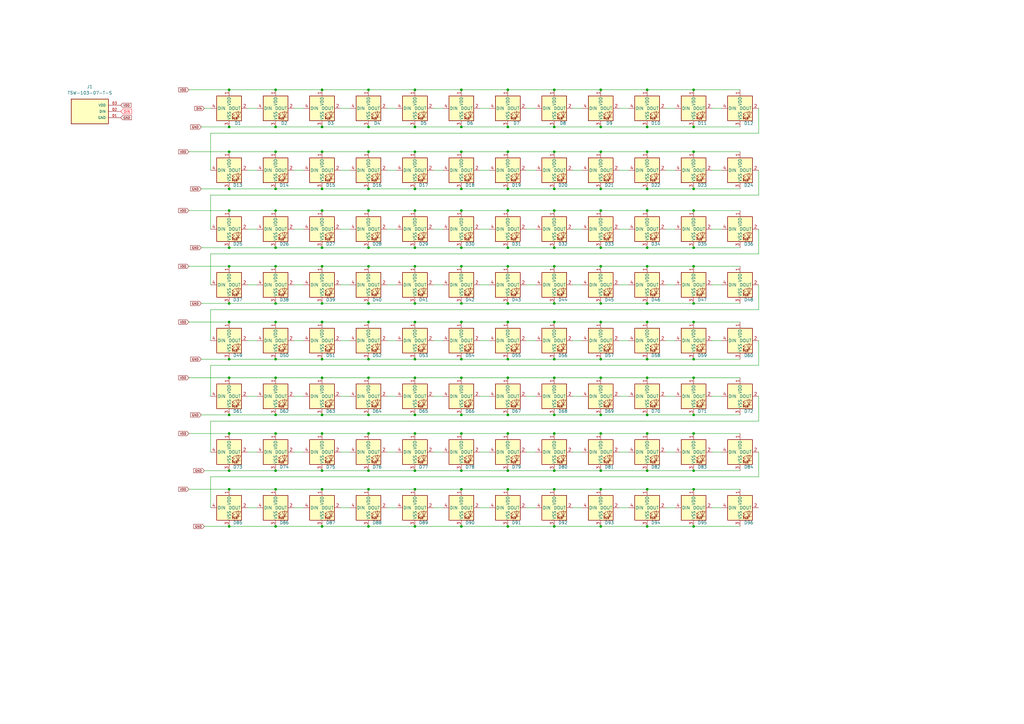
<source format=kicad_sch>
(kicad_sch (version 20231120) (generator "eeschema") (generator_version "8.0")
  (paper "A3")
  (title_block (title "BD1 Led Panel") (date "12-06-2024") (company "felixdpg"))
  (junction (at 170.18 77.47))
  (junction (at 189.23 101.6))
  (junction (at 132.08 177.8))
  (junction (at 284.48 170.18))
  (junction (at 227.33 52.07))
  (junction (at 151.13 147.32))
  (junction (at 113.03 170.18))
  (junction (at 151.13 170.18))
  (junction (at 151.13 109.22))
  (junction (at 151.13 132.08))
  (junction (at 113.03 86.36))
  (junction (at 113.03 132.08))
  (junction (at 246.38 170.18))
  (junction (at 284.48 62.23))
  (junction (at 208.28 62.23))
  (junction (at 227.33 132.08))
  (junction (at 170.18 193.04))
  (junction (at 189.23 86.36))
  (junction (at 246.38 177.8))
  (junction (at 227.33 170.18))
  (junction (at 227.33 77.47))
  (junction (at 93.98 77.47))
  (junction (at 132.08 101.6))
  (junction (at 113.03 109.22))
  (junction (at 151.13 193.04))
  (junction (at 208.28 124.46))
  (junction (at 284.48 154.94))
  (junction (at 189.23 62.23))
  (junction (at 151.13 215.9))
  (junction (at 93.98 86.36))
  (junction (at 113.03 200.66))
  (junction (at 227.33 86.36))
  (junction (at 189.23 170.18))
  (junction (at 113.03 62.23))
  (junction (at 170.18 200.66))
  (junction (at 132.08 36.83))
  (junction (at 208.28 193.04))
  (junction (at 151.13 124.46))
  (junction (at 284.48 36.83))
  (junction (at 246.38 52.07))
  (junction (at 132.08 170.18))
  (junction (at 170.18 62.23))
  (junction (at 93.98 147.32))
  (junction (at 265.43 109.22))
  (junction (at 208.28 200.66))
  (junction (at 265.43 215.9))
  (junction (at 284.48 86.36))
  (junction (at 132.08 77.47))
  (junction (at 170.18 109.22))
  (junction (at 93.98 177.8))
  (junction (at 246.38 193.04))
  (junction (at 189.23 36.83))
  (junction (at 246.38 215.9))
  (junction (at 284.48 177.8))
  (junction (at 93.98 132.08))
  (junction (at 113.03 124.46))
  (junction (at 132.08 200.66))
  (junction (at 151.13 177.8))
  (junction (at 93.98 101.6))
  (junction (at 265.43 154.94))
  (junction (at 227.33 215.9))
  (junction (at 265.43 177.8))
  (junction (at 189.23 77.47))
  (junction (at 151.13 200.66))
  (junction (at 227.33 101.6))
  (junction (at 208.28 170.18))
  (junction (at 265.43 193.04))
  (junction (at 170.18 52.07))
  (junction (at 246.38 200.66))
  (junction (at 93.98 170.18))
  (junction (at 227.33 147.32))
  (junction (at 132.08 147.32))
  (junction (at 265.43 200.66))
  (junction (at 170.18 215.9))
  (junction (at 132.08 193.04))
  (junction (at 170.18 124.46))
  (junction (at 93.98 62.23))
  (junction (at 208.28 36.83))
  (junction (at 265.43 52.07))
  (junction (at 189.23 215.9))
  (junction (at 151.13 86.36))
  (junction (at 208.28 177.8))
  (junction (at 151.13 101.6))
  (junction (at 284.48 147.32))
  (junction (at 208.28 154.94))
  (junction (at 227.33 177.8))
  (junction (at 132.08 52.07))
  (junction (at 189.23 193.04))
  (junction (at 284.48 215.9))
  (junction (at 227.33 109.22))
  (junction (at 227.33 62.23))
  (junction (at 227.33 124.46))
  (junction (at 189.23 200.66))
  (junction (at 189.23 109.22))
  (junction (at 227.33 36.83))
  (junction (at 132.08 62.23))
  (junction (at 265.43 147.32))
  (junction (at 93.98 154.94))
  (junction (at 284.48 132.08))
  (junction (at 113.03 101.6))
  (junction (at 93.98 109.22))
  (junction (at 170.18 101.6))
  (junction (at 189.23 52.07))
  (junction (at 189.23 147.32))
  (junction (at 246.38 124.46))
  (junction (at 113.03 193.04))
  (junction (at 265.43 62.23))
  (junction (at 151.13 154.94))
  (junction (at 246.38 101.6))
  (junction (at 170.18 86.36))
  (junction (at 113.03 154.94))
  (junction (at 113.03 147.32))
  (junction (at 265.43 170.18))
  (junction (at 189.23 132.08))
  (junction (at 284.48 77.47))
  (junction (at 170.18 36.83))
  (junction (at 113.03 215.9))
  (junction (at 265.43 86.36))
  (junction (at 208.28 77.47))
  (junction (at 113.03 52.07))
  (junction (at 208.28 101.6))
  (junction (at 93.98 52.07))
  (junction (at 151.13 77.47))
  (junction (at 132.08 109.22))
  (junction (at 265.43 101.6))
  (junction (at 246.38 154.94))
  (junction (at 132.08 124.46))
  (junction (at 246.38 86.36))
  (junction (at 132.08 215.9))
  (junction (at 246.38 132.08))
  (junction (at 93.98 36.83))
  (junction (at 284.48 200.66))
  (junction (at 208.28 132.08))
  (junction (at 113.03 36.83))
  (junction (at 113.03 177.8))
  (junction (at 170.18 132.08))
  (junction (at 189.23 154.94))
  (junction (at 151.13 36.83))
  (junction (at 265.43 132.08))
  (junction (at 227.33 193.04))
  (junction (at 93.98 124.46))
  (junction (at 132.08 132.08))
  (junction (at 208.28 109.22))
  (junction (at 151.13 52.07))
  (junction (at 189.23 124.46))
  (junction (at 265.43 124.46))
  (junction (at 170.18 177.8))
  (junction (at 284.48 52.07))
  (junction (at 208.28 215.9))
  (junction (at 246.38 147.32))
  (junction (at 284.48 193.04))
  (junction (at 265.43 36.83))
  (junction (at 246.38 62.23))
  (junction (at 170.18 154.94))
  (junction (at 246.38 36.83))
  (junction (at 93.98 200.66))
  (junction (at 246.38 77.47))
  (junction (at 113.03 77.47))
  (junction (at 151.13 62.23))
  (junction (at 284.48 101.6))
  (junction (at 132.08 154.94))
  (junction (at 284.48 109.22))
  (junction (at 227.33 154.94))
  (junction (at 189.23 177.8))
  (junction (at 284.48 124.46))
  (junction (at 170.18 147.32))
  (junction (at 93.98 193.04))
  (junction (at 208.28 147.32))
  (junction (at 208.28 86.36))
  (junction (at 208.28 52.07))
  (junction (at 93.98 215.9))
  (junction (at 265.43 77.47))
  (junction (at 227.33 200.66))
  (junction (at 246.38 109.22))
  (junction (at 170.18 170.18))
  (junction (at 132.08 86.36))
  (wire (pts (xy 93.98 52.07) (xy 113.03 52.07)))
  (wire (pts (xy 208.28 193.04) (xy 227.33 193.04)))
  (wire (pts (xy 284.48 147.32) (xy 303.53 147.32)))
  (wire (pts (xy 82.55 170.18) (xy 93.98 170.18)))
  (wire (pts (xy 189.23 62.23) (xy 208.28 62.23)))
  (wire (pts (xy 113.03 109.22) (xy 132.08 109.22)))
  (wire (pts (xy 265.43 124.46) (xy 284.48 124.46)))
  (wire (pts (xy 86.36 195.58) (xy 86.36 208.28)))
  (wire (pts (xy 254 69.85) (xy 257.81 69.85)))
  (wire (pts (xy 86.36 80.01) (xy 86.36 93.98)))
  (wire (pts (xy 284.48 132.08) (xy 303.53 132.08)))
  (wire (pts (xy 234.95 116.84) (xy 238.76 116.84)))
  (wire (pts (xy 132.08 62.23) (xy 151.13 62.23)))
  (wire (pts (xy 120.65 139.7) (xy 124.46 139.7)))
  (wire (pts (xy 177.8 208.28) (xy 181.61 208.28)))
  (wire (pts (xy 208.28 215.9) (xy 227.33 215.9)))
  (wire (pts (xy 170.18 132.08) (xy 189.23 132.08)))
  (wire (pts (xy 265.43 62.23) (xy 284.48 62.23)))
  (wire (pts (xy 120.65 44.45) (xy 124.46 44.45)))
  (wire (pts (xy 77.47 177.8) (xy 93.98 177.8)))
  (wire (pts (xy 196.85 116.84) (xy 200.66 116.84)))
  (wire (pts (xy 170.18 52.07) (xy 189.23 52.07)))
  (wire (pts (xy 86.36 149.86) (xy 86.36 162.56)))
  (wire (pts (xy 234.95 139.7) (xy 238.76 139.7)))
  (wire (pts (xy 120.65 116.84) (xy 124.46 116.84)))
  (wire (pts (xy 265.43 36.83) (xy 284.48 36.83)))
  (wire (pts (xy 77.47 86.36) (xy 93.98 86.36)))
  (wire (pts (xy 208.28 109.22) (xy 227.33 109.22)))
  (wire (pts (xy 292.1 185.42) (xy 295.91 185.42)))
  (wire (pts (xy 311.15 69.85) (xy 311.15 80.01)))
  (wire (pts (xy 273.05 69.85) (xy 276.86 69.85)))
  (wire (pts (xy 170.18 124.46) (xy 189.23 124.46)))
  (wire (pts (xy 284.48 170.18) (xy 303.53 170.18)))
  (wire (pts (xy 113.03 215.9) (xy 132.08 215.9)))
  (wire (pts (xy 227.33 215.9) (xy 246.38 215.9)))
  (wire (pts (xy 189.23 124.46) (xy 208.28 124.46)))
  (wire (pts (xy 139.7 162.56) (xy 143.51 162.56)))
  (wire (pts (xy 234.95 69.85) (xy 238.76 69.85)))
  (wire (pts (xy 254 208.28) (xy 257.81 208.28)))
  (wire (pts (xy 113.03 193.04) (xy 132.08 193.04)))
  (wire (pts (xy 86.36 104.14) (xy 86.36 116.84)))
  (wire (pts (xy 284.48 193.04) (xy 303.53 193.04)))
  (wire (pts (xy 101.6 185.42) (xy 105.41 185.42)))
  (wire (pts (xy 177.8 93.98) (xy 181.61 93.98)))
  (wire (pts (xy 113.03 62.23) (xy 132.08 62.23)))
  (wire (pts (xy 132.08 215.9) (xy 151.13 215.9)))
  (wire (pts (xy 151.13 132.08) (xy 170.18 132.08)))
  (wire (pts (xy 227.33 109.22) (xy 246.38 109.22)))
  (wire (pts (xy 196.85 69.85) (xy 200.66 69.85)))
  (wire (pts (xy 208.28 86.36) (xy 227.33 86.36)))
  (wire (pts (xy 208.28 147.32) (xy 227.33 147.32)))
  (wire (pts (xy 82.55 101.6) (xy 93.98 101.6)))
  (wire (pts (xy 284.48 154.94) (xy 303.53 154.94)))
  (wire (pts (xy 139.7 69.85) (xy 143.51 69.85)))
  (wire (pts (xy 170.18 101.6) (xy 189.23 101.6)))
  (wire (pts (xy 113.03 132.08) (xy 132.08 132.08)))
  (wire (pts (xy 170.18 109.22) (xy 189.23 109.22)))
  (wire (pts (xy 254 185.42) (xy 257.81 185.42)))
  (wire (pts (xy 170.18 147.32) (xy 189.23 147.32)))
  (wire (pts (xy 234.95 44.45) (xy 238.76 44.45)))
  (wire (pts (xy 208.28 132.08) (xy 227.33 132.08)))
  (wire (pts (xy 311.15 54.61) (xy 86.36 54.61)))
  (wire (pts (xy 113.03 147.32) (xy 132.08 147.32)))
  (wire (pts (xy 265.43 101.6) (xy 284.48 101.6)))
  (wire (pts (xy 132.08 101.6) (xy 151.13 101.6)))
  (wire (pts (xy 215.9 139.7) (xy 219.71 139.7)))
  (wire (pts (xy 177.8 44.45) (xy 181.61 44.45)))
  (wire (pts (xy 208.28 77.47) (xy 227.33 77.47)))
  (wire (pts (xy 132.08 170.18) (xy 151.13 170.18)))
  (wire (pts (xy 208.28 36.83) (xy 227.33 36.83)))
  (wire (pts (xy 227.33 177.8) (xy 246.38 177.8)))
  (wire (pts (xy 139.7 116.84) (xy 143.51 116.84)))
  (wire (pts (xy 101.6 208.28) (xy 105.41 208.28)))
  (wire (pts (xy 311.15 44.45) (xy 311.15 54.61)))
  (wire (pts (xy 77.47 200.66) (xy 93.98 200.66)))
  (wire (pts (xy 292.1 93.98) (xy 295.91 93.98)))
  (wire (pts (xy 158.75 93.98) (xy 162.56 93.98)))
  (wire (pts (xy 120.65 208.28) (xy 124.46 208.28)))
  (wire (pts (xy 227.33 193.04) (xy 246.38 193.04)))
  (wire (pts (xy 93.98 124.46) (xy 113.03 124.46)))
  (wire (pts (xy 246.38 86.36) (xy 265.43 86.36)))
  (wire (pts (xy 189.23 77.47) (xy 208.28 77.47)))
  (wire (pts (xy 234.95 93.98) (xy 238.76 93.98)))
  (wire (pts (xy 177.8 162.56) (xy 181.61 162.56)))
  (wire (pts (xy 113.03 124.46) (xy 132.08 124.46)))
  (wire (pts (xy 151.13 36.83) (xy 170.18 36.83)))
  (wire (pts (xy 113.03 86.36) (xy 132.08 86.36)))
  (wire (pts (xy 139.7 44.45) (xy 143.51 44.45)))
  (wire (pts (xy 208.28 124.46) (xy 227.33 124.46)))
  (wire (pts (xy 265.43 215.9) (xy 284.48 215.9)))
  (wire (pts (xy 265.43 154.94) (xy 284.48 154.94)))
  (wire (pts (xy 265.43 52.07) (xy 284.48 52.07)))
  (wire (pts (xy 82.55 52.07) (xy 93.98 52.07)))
  (wire (pts (xy 292.1 139.7) (xy 295.91 139.7)))
  (wire (pts (xy 234.95 208.28) (xy 238.76 208.28)))
  (wire (pts (xy 151.13 124.46) (xy 170.18 124.46)))
  (wire (pts (xy 151.13 154.94) (xy 170.18 154.94)))
  (wire (pts (xy 273.05 93.98) (xy 276.86 93.98)))
  (wire (pts (xy 93.98 109.22) (xy 113.03 109.22)))
  (wire (pts (xy 227.33 62.23) (xy 246.38 62.23)))
  (wire (pts (xy 273.05 208.28) (xy 276.86 208.28)))
  (wire (pts (xy 311.15 80.01) (xy 86.36 80.01)))
  (wire (pts (xy 120.65 69.85) (xy 124.46 69.85)))
  (wire (pts (xy 196.85 208.28) (xy 200.66 208.28)))
  (wire (pts (xy 284.48 124.46) (xy 303.53 124.46)))
  (wire (pts (xy 93.98 147.32) (xy 113.03 147.32)))
  (wire (pts (xy 215.9 44.45) (xy 219.71 44.45)))
  (wire (pts (xy 93.98 154.94) (xy 113.03 154.94)))
  (wire (pts (xy 132.08 177.8) (xy 151.13 177.8)))
  (wire (pts (xy 93.98 132.08) (xy 113.03 132.08)))
  (wire (pts (xy 208.28 52.07) (xy 227.33 52.07)))
  (wire (pts (xy 132.08 154.94) (xy 151.13 154.94)))
  (wire (pts (xy 170.18 215.9) (xy 189.23 215.9)))
  (wire (pts (xy 132.08 132.08) (xy 151.13 132.08)))
  (wire (pts (xy 132.08 200.66) (xy 151.13 200.66)))
  (wire (pts (xy 158.75 44.45) (xy 162.56 44.45)))
  (wire (pts (xy 151.13 101.6) (xy 170.18 101.6)))
  (wire (pts (xy 227.33 101.6) (xy 246.38 101.6)))
  (wire (pts (xy 113.03 154.94) (xy 132.08 154.94)))
  (wire (pts (xy 82.55 147.32) (xy 93.98 147.32)))
  (wire (pts (xy 113.03 170.18) (xy 132.08 170.18)))
  (wire (pts (xy 113.03 200.66) (xy 132.08 200.66)))
  (wire (pts (xy 113.03 177.8) (xy 132.08 177.8)))
  (wire (pts (xy 254 139.7) (xy 257.81 139.7)))
  (wire (pts (xy 77.47 36.83) (xy 93.98 36.83)))
  (wire (pts (xy 292.1 162.56) (xy 295.91 162.56)))
  (wire (pts (xy 284.48 77.47) (xy 303.53 77.47)))
  (wire (pts (xy 284.48 36.83) (xy 303.53 36.83)))
  (wire (pts (xy 284.48 109.22) (xy 303.53 109.22)))
  (wire (pts (xy 208.28 154.94) (xy 227.33 154.94)))
  (wire (pts (xy 189.23 147.32) (xy 208.28 147.32)))
  (wire (pts (xy 120.65 162.56) (xy 124.46 162.56)))
  (wire (pts (xy 189.23 36.83) (xy 208.28 36.83)))
  (wire (pts (xy 101.6 162.56) (xy 105.41 162.56)))
  (wire (pts (xy 132.08 36.83) (xy 151.13 36.83)))
  (wire (pts (xy 132.08 109.22) (xy 151.13 109.22)))
  (wire (pts (xy 93.98 200.66) (xy 113.03 200.66)))
  (wire (pts (xy 292.1 69.85) (xy 295.91 69.85)))
  (wire (pts (xy 311.15 172.72) (xy 86.36 172.72)))
  (wire (pts (xy 227.33 200.66) (xy 246.38 200.66)))
  (wire (pts (xy 284.48 177.8) (xy 303.53 177.8)))
  (wire (pts (xy 292.1 44.45) (xy 295.91 44.45)))
  (wire (pts (xy 151.13 177.8) (xy 170.18 177.8)))
  (wire (pts (xy 246.38 132.08) (xy 265.43 132.08)))
  (wire (pts (xy 246.38 101.6) (xy 265.43 101.6)))
  (wire (pts (xy 189.23 177.8) (xy 208.28 177.8)))
  (wire (pts (xy 254 162.56) (xy 257.81 162.56)))
  (wire (pts (xy 215.9 69.85) (xy 219.71 69.85)))
  (wire (pts (xy 215.9 162.56) (xy 219.71 162.56)))
  (wire (pts (xy 83.82 215.9) (xy 93.98 215.9)))
  (wire (pts (xy 101.6 93.98) (xy 105.41 93.98)))
  (wire (pts (xy 284.48 101.6) (xy 303.53 101.6)))
  (wire (pts (xy 113.03 36.83) (xy 132.08 36.83)))
  (wire (pts (xy 311.15 162.56) (xy 311.15 172.72)))
  (wire (pts (xy 101.6 139.7) (xy 105.41 139.7)))
  (wire (pts (xy 101.6 44.45) (xy 105.41 44.45)))
  (wire (pts (xy 246.38 77.47) (xy 265.43 77.47)))
  (wire (pts (xy 177.8 185.42) (xy 181.61 185.42)))
  (wire (pts (xy 101.6 116.84) (xy 105.41 116.84)))
  (wire (pts (xy 93.98 177.8) (xy 113.03 177.8)))
  (wire (pts (xy 311.15 149.86) (xy 86.36 149.86)))
  (wire (pts (xy 265.43 193.04) (xy 284.48 193.04)))
  (wire (pts (xy 132.08 124.46) (xy 151.13 124.46)))
  (wire (pts (xy 215.9 116.84) (xy 219.71 116.84)))
  (wire (pts (xy 158.75 185.42) (xy 162.56 185.42)))
  (wire (pts (xy 113.03 101.6) (xy 132.08 101.6)))
  (wire (pts (xy 234.95 185.42) (xy 238.76 185.42)))
  (wire (pts (xy 227.33 77.47) (xy 246.38 77.47)))
  (wire (pts (xy 101.6 69.85) (xy 105.41 69.85)))
  (wire (pts (xy 273.05 162.56) (xy 276.86 162.56)))
  (wire (pts (xy 158.75 162.56) (xy 162.56 162.56)))
  (wire (pts (xy 196.85 162.56) (xy 200.66 162.56)))
  (wire (pts (xy 265.43 132.08) (xy 284.48 132.08)))
  (wire (pts (xy 227.33 170.18) (xy 246.38 170.18)))
  (wire (pts (xy 254 44.45) (xy 257.81 44.45)))
  (wire (pts (xy 246.38 124.46) (xy 265.43 124.46)))
  (wire (pts (xy 208.28 170.18) (xy 227.33 170.18)))
  (wire (pts (xy 93.98 193.04) (xy 113.03 193.04)))
  (wire (pts (xy 93.98 36.83) (xy 113.03 36.83)))
  (wire (pts (xy 151.13 86.36) (xy 170.18 86.36)))
  (wire (pts (xy 311.15 185.42) (xy 311.15 195.58)))
  (wire (pts (xy 189.23 154.94) (xy 208.28 154.94)))
  (wire (pts (xy 151.13 170.18) (xy 170.18 170.18)))
  (wire (pts (xy 246.38 52.07) (xy 265.43 52.07)))
  (wire (pts (xy 139.7 93.98) (xy 143.51 93.98)))
  (wire (pts (xy 246.38 36.83) (xy 265.43 36.83)))
  (wire (pts (xy 177.8 69.85) (xy 181.61 69.85)))
  (wire (pts (xy 273.05 139.7) (xy 276.86 139.7)))
  (wire (pts (xy 265.43 77.47) (xy 284.48 77.47)))
  (wire (pts (xy 151.13 147.32) (xy 170.18 147.32)))
  (wire (pts (xy 227.33 36.83) (xy 246.38 36.83)))
  (wire (pts (xy 311.15 104.14) (xy 86.36 104.14)))
  (wire (pts (xy 189.23 132.08) (xy 208.28 132.08)))
  (wire (pts (xy 170.18 36.83) (xy 189.23 36.83)))
  (wire (pts (xy 196.85 44.45) (xy 200.66 44.45)))
  (wire (pts (xy 273.05 185.42) (xy 276.86 185.42)))
  (wire (pts (xy 77.47 109.22) (xy 93.98 109.22)))
  (wire (pts (xy 246.38 193.04) (xy 265.43 193.04)))
  (wire (pts (xy 93.98 170.18) (xy 113.03 170.18)))
  (wire (pts (xy 120.65 185.42) (xy 124.46 185.42)))
  (wire (pts (xy 292.1 116.84) (xy 295.91 116.84)))
  (wire (pts (xy 151.13 215.9) (xy 170.18 215.9)))
  (wire (pts (xy 311.15 116.84) (xy 311.15 127)))
  (wire (pts (xy 151.13 109.22) (xy 170.18 109.22)))
  (wire (pts (xy 254 93.98) (xy 257.81 93.98)))
  (wire (pts (xy 311.15 195.58) (xy 86.36 195.58)))
  (wire (pts (xy 215.9 208.28) (xy 219.71 208.28)))
  (wire (pts (xy 265.43 86.36) (xy 284.48 86.36)))
  (wire (pts (xy 158.75 116.84) (xy 162.56 116.84)))
  (wire (pts (xy 265.43 147.32) (xy 284.48 147.32)))
  (wire (pts (xy 177.8 116.84) (xy 181.61 116.84)))
  (wire (pts (xy 170.18 86.36) (xy 189.23 86.36)))
  (wire (pts (xy 86.36 54.61) (xy 86.36 69.85)))
  (wire (pts (xy 113.03 52.07) (xy 132.08 52.07)))
  (wire (pts (xy 93.98 62.23) (xy 113.03 62.23)))
  (wire (pts (xy 170.18 177.8) (xy 189.23 177.8)))
  (wire (pts (xy 265.43 170.18) (xy 284.48 170.18)))
  (wire (pts (xy 284.48 62.23) (xy 303.53 62.23)))
  (wire (pts (xy 132.08 77.47) (xy 151.13 77.47)))
  (wire (pts (xy 311.15 127) (xy 86.36 127)))
  (wire (pts (xy 139.7 208.28) (xy 143.51 208.28)))
  (wire (pts (xy 158.75 208.28) (xy 162.56 208.28)))
  (wire (pts (xy 284.48 86.36) (xy 303.53 86.36)))
  (wire (pts (xy 292.1 208.28) (xy 295.91 208.28)))
  (wire (pts (xy 151.13 193.04) (xy 170.18 193.04)))
  (wire (pts (xy 86.36 172.72) (xy 86.36 185.42)))
  (wire (pts (xy 189.23 200.66) (xy 208.28 200.66)))
  (wire (pts (xy 246.38 147.32) (xy 265.43 147.32)))
  (wire (pts (xy 113.03 77.47) (xy 132.08 77.47)))
  (wire (pts (xy 234.95 162.56) (xy 238.76 162.56)))
  (wire (pts (xy 170.18 62.23) (xy 189.23 62.23)))
  (wire (pts (xy 284.48 200.66) (xy 303.53 200.66)))
  (wire (pts (xy 170.18 77.47) (xy 189.23 77.47)))
  (wire (pts (xy 208.28 62.23) (xy 227.33 62.23)))
  (wire (pts (xy 246.38 200.66) (xy 265.43 200.66)))
  (wire (pts (xy 208.28 101.6) (xy 227.33 101.6)))
  (wire (pts (xy 139.7 139.7) (xy 143.51 139.7)))
  (wire (pts (xy 227.33 147.32) (xy 246.38 147.32)))
  (wire (pts (xy 265.43 177.8) (xy 284.48 177.8)))
  (wire (pts (xy 77.47 132.08) (xy 93.98 132.08)))
  (wire (pts (xy 82.55 77.47) (xy 93.98 77.47)))
  (wire (pts (xy 227.33 52.07) (xy 246.38 52.07)))
  (wire (pts (xy 93.98 101.6) (xy 113.03 101.6)))
  (wire (pts (xy 227.33 132.08) (xy 246.38 132.08)))
  (wire (pts (xy 246.38 177.8) (xy 265.43 177.8)))
  (wire (pts (xy 265.43 109.22) (xy 284.48 109.22)))
  (wire (pts (xy 151.13 200.66) (xy 170.18 200.66)))
  (wire (pts (xy 83.82 193.04) (xy 93.98 193.04)))
  (wire (pts (xy 196.85 185.42) (xy 200.66 185.42)))
  (wire (pts (xy 151.13 52.07) (xy 170.18 52.07)))
  (wire (pts (xy 158.75 69.85) (xy 162.56 69.85)))
  (wire (pts (xy 86.36 127) (xy 86.36 139.7)))
  (wire (pts (xy 82.55 124.46) (xy 93.98 124.46)))
  (wire (pts (xy 93.98 86.36) (xy 113.03 86.36)))
  (wire (pts (xy 246.38 154.94) (xy 265.43 154.94)))
  (wire (pts (xy 311.15 93.98) (xy 311.15 104.14)))
  (wire (pts (xy 208.28 177.8) (xy 227.33 177.8)))
  (wire (pts (xy 215.9 93.98) (xy 219.71 93.98)))
  (wire (pts (xy 158.75 139.7) (xy 162.56 139.7)))
  (wire (pts (xy 170.18 170.18) (xy 189.23 170.18)))
  (wire (pts (xy 284.48 215.9) (xy 303.53 215.9)))
  (wire (pts (xy 189.23 86.36) (xy 208.28 86.36)))
  (wire (pts (xy 93.98 215.9) (xy 113.03 215.9)))
  (wire (pts (xy 227.33 86.36) (xy 246.38 86.36)))
  (wire (pts (xy 189.23 109.22) (xy 208.28 109.22)))
  (wire (pts (xy 311.15 139.7) (xy 311.15 149.86)))
  (wire (pts (xy 132.08 193.04) (xy 151.13 193.04)))
  (wire (pts (xy 189.23 215.9) (xy 208.28 215.9)))
  (wire (pts (xy 120.65 93.98) (xy 124.46 93.98)))
  (wire (pts (xy 132.08 147.32) (xy 151.13 147.32)))
  (wire (pts (xy 177.8 139.7) (xy 181.61 139.7)))
  (wire (pts (xy 196.85 93.98) (xy 200.66 93.98)))
  (wire (pts (xy 246.38 170.18) (xy 265.43 170.18)))
  (wire (pts (xy 227.33 154.94) (xy 246.38 154.94)))
  (wire (pts (xy 246.38 215.9) (xy 265.43 215.9)))
  (wire (pts (xy 265.43 200.66) (xy 284.48 200.66)))
  (wire (pts (xy 189.23 193.04) (xy 208.28 193.04)))
  (wire (pts (xy 151.13 77.47) (xy 170.18 77.47)))
  (wire (pts (xy 215.9 185.42) (xy 219.71 185.42)))
  (wire (pts (xy 83.82 44.45) (xy 86.36 44.45)))
  (wire (pts (xy 196.85 139.7) (xy 200.66 139.7)))
  (wire (pts (xy 273.05 116.84) (xy 276.86 116.84)))
  (wire (pts (xy 132.08 52.07) (xy 151.13 52.07)))
  (wire (pts (xy 189.23 52.07) (xy 208.28 52.07)))
  (wire (pts (xy 284.48 52.07) (xy 303.53 52.07)))
  (wire (pts (xy 246.38 62.23) (xy 265.43 62.23)))
  (wire (pts (xy 189.23 170.18) (xy 208.28 170.18)))
  (wire (pts (xy 151.13 62.23) (xy 170.18 62.23)))
  (wire (pts (xy 170.18 200.66) (xy 189.23 200.66)))
  (wire (pts (xy 132.08 86.36) (xy 151.13 86.36)))
  (wire (pts (xy 208.28 200.66) (xy 227.33 200.66)))
  (wire (pts (xy 139.7 185.42) (xy 143.51 185.42)))
  (wire (pts (xy 189.23 101.6) (xy 208.28 101.6)))
  (wire (pts (xy 227.33 124.46) (xy 246.38 124.46)))
  (wire (pts (xy 246.38 109.22) (xy 265.43 109.22)))
  (wire (pts (xy 93.98 77.47) (xy 113.03 77.47)))
  (wire (pts (xy 254 116.84) (xy 257.81 116.84)))
  (wire (pts (xy 273.05 44.45) (xy 276.86 44.45)))
  (wire (pts (xy 77.47 154.94) (xy 93.98 154.94)))
  (wire (pts (xy 77.47 62.23) (xy 93.98 62.23)))
  (wire (pts (xy 170.18 154.94) (xy 189.23 154.94)))
  (wire (pts (xy 170.18 193.04) (xy 189.23 193.04)))
  (global_label "VDD" (shape input) (at 77.47 177.8 180) (effects (font (size 0.889 0.889))) (property "Intersheetrefs" "${INTERSHEET_REFS}" (effects (hide yes))))
  (global_label "VDD" (shape input) (at 77.47 62.23 180) (effects (font (size 0.889 0.889))) (property "Intersheetrefs" "${INTERSHEET_REFS}" (effects (hide yes))))
  (global_label "DIN" (shape input) (at 83.82 44.45 180) (effects (font (size 0.889 0.889))) (property "Intersheetrefs" "${INTERSHEET_REFS}" (effects (hide yes))))
  (global_label "GND" (shape input) (at 82.55 147.32 180) (effects (font (size 0.889 0.889))) (property "Intersheetrefs" "${INTERSHEET_REFS}" (effects (hide yes))))
  (global_label "VDD" (shape input) (at 49.53 43.18 0) (effects (font (size 0.889 0.889))) (property "Intersheetrefs" "${INTERSHEET_REFS}" (effects (hide yes))))
  (global_label "VDD" (shape input) (at 77.47 132.08 180) (effects (font (size 0.889 0.889))) (property "Intersheetrefs" "${INTERSHEET_REFS}" (effects (hide yes))))
  (global_label "VDD" (shape input) (at 77.47 109.22 180) (effects (font (size 0.889 0.889))) (property "Intersheetrefs" "${INTERSHEET_REFS}" (effects (hide yes))))
  (global_label "VDD" (shape input) (at 77.47 36.83 180) (effects (font (size 0.889 0.889))) (property "Intersheetrefs" "${INTERSHEET_REFS}" (effects (hide yes))))
  (global_label "GND" (shape input) (at 82.55 170.18 180) (effects (font (size 0.889 0.889))) (property "Intersheetrefs" "${INTERSHEET_REFS}" (effects (hide yes))))
  (global_label "VDD" (shape input) (at 77.47 154.94 180) (effects (font (size 0.889 0.889))) (property "Intersheetrefs" "${INTERSHEET_REFS}" (effects (hide yes))))
  (global_label "GND" (shape input) (at 82.55 124.46 180) (effects (font (size 0.889 0.889))) (property "Intersheetrefs" "${INTERSHEET_REFS}" (effects (hide yes))))
  (global_label "GND" (shape input) (at 82.55 77.47 180) (effects (font (size 0.889 0.889))) (property "Intersheetrefs" "${INTERSHEET_REFS}" (effects (hide yes))))
  (global_label "GND" (shape input) (at 83.82 193.04 180) (effects (font (size 0.889 0.889))) (property "Intersheetrefs" "${INTERSHEET_REFS}" (effects (hide yes))))
  (global_label "GND" (shape input) (at 49.53 48.26 0) (effects (font (size 0.889 0.889))) (property "Intersheetrefs" "${INTERSHEET_REFS}" (effects (hide yes))))
  (global_label "GND" (shape input) (at 83.82 215.9 180) (effects (font (size 0.889 0.889))) (property "Intersheetrefs" "${INTERSHEET_REFS}" (effects (hide yes))))
  (global_label "GND" (shape input) (at 82.55 101.6 180) (effects (font (size 0.889 0.889))) (property "Intersheetrefs" "${INTERSHEET_REFS}" (effects (hide yes))))
  (global_label "GND" (shape input) (at 82.55 52.07 180) (effects (font (size 0.889 0.889))) (property "Intersheetrefs" "${INTERSHEET_REFS}" (effects (hide yes))))
  (global_label "VDD" (shape input) (at 77.47 200.66 180) (effects (font (size 0.889 0.889))) (property "Intersheetrefs" "${INTERSHEET_REFS}" (effects (hide yes))))
  (global_label "DIN" (shape input) (at 49.53 45.72 0) (effects (font (size 1.016 1.016))) (property "Intersheetrefs" "${INTERSHEET_REFS}" (effects (hide yes))))
  (global_label "VDD" (shape input) (at 77.47 86.36 180) (effects (font (size 0.889 0.889))) (property "Intersheetrefs" "${INTERSHEET_REFS}" (effects (hide yes))))
  (symbol (lib_id "LED:WS2812B") (at 189.23 44.45 0) (unit 1)
    (property "Reference" "D6" (at 192.786 50.546 0))
    (property "Value" "WS2812B" (effects (hide yes)))
    (property "Footprint" "LED_SMD:LED_WS2812B_PLCC4_5.0x5.0mm_P3.2mm" (effects (hide yes)))
    (property "Datasheet" "https://cdn-shop.adafruit.com/datasheets/WS2812B.pdf" (effects (hide yes)))
    (property "Description" "RGB LED with integrated controller" (effects (hide yes)))
  )
  (symbol (lib_id "LED:WS2812B") (at 151.13 162.56 0) (unit 1)
    (property "Reference" "D64" (at 154.686 168.656 0))
    (property "Value" "WS2812B" (effects (hide yes)))
    (property "Footprint" "LED_SMD:LED_WS2812B_PLCC4_5.0x5.0mm_P3.2mm" (effects (hide yes)))
    (property "Datasheet" "https://cdn-shop.adafruit.com/datasheets/WS2812B.pdf" (effects (hide yes)))
    (property "Description" "RGB LED with integrated controller" (effects (hide yes)))
  )
  (symbol (lib_id "LED:WS2812B") (at 132.08 208.28 0) (unit 1)
    (property "Reference" "D87" (at 135.636 214.376 0))
    (property "Value" "WS2812B" (effects (hide yes)))
    (property "Footprint" "LED_SMD:LED_WS2812B_PLCC4_5.0x5.0mm_P3.2mm" (effects (hide yes)))
    (property "Datasheet" "https://cdn-shop.adafruit.com/datasheets/WS2812B.pdf" (effects (hide yes)))
    (property "Description" "RGB LED with integrated controller" (effects (hide yes)))
  )
  (symbol (lib_id "LED:WS2812B") (at 284.48 44.45 0) (unit 1)
    (property "Reference" "D11" (at 288.036 50.546 0))
    (property "Value" "WS2812B" (effects (hide yes)))
    (property "Footprint" "LED_SMD:LED_WS2812B_PLCC4_5.0x5.0mm_P3.2mm" (effects (hide yes)))
    (property "Datasheet" "https://cdn-shop.adafruit.com/datasheets/WS2812B.pdf" (effects (hide yes)))
    (property "Description" "RGB LED with integrated controller" (effects (hide yes)))
  )
  (symbol (lib_id "LED:WS2812B") (at 227.33 69.85 0) (unit 1)
    (property "Reference" "D20" (at 230.886 75.946 0))
    (property "Value" "WS2812B" (effects (hide yes)))
    (property "Footprint" "LED_SMD:LED_WS2812B_PLCC4_5.0x5.0mm_P3.2mm" (effects (hide yes)))
    (property "Datasheet" "https://cdn-shop.adafruit.com/datasheets/WS2812B.pdf" (effects (hide yes)))
    (property "Description" "RGB LED with integrated controller" (effects (hide yes)))
  )
  (symbol (lib_id "LED:WS2812B") (at 284.48 208.28 0) (unit 1)
    (property "Reference" "D95" (at 288.036 214.376 0))
    (property "Value" "WS2812B" (effects (hide yes)))
    (property "Footprint" "LED_SMD:LED_WS2812B_PLCC4_5.0x5.0mm_P3.2mm" (effects (hide yes)))
    (property "Datasheet" "https://cdn-shop.adafruit.com/datasheets/WS2812B.pdf" (effects (hide yes)))
    (property "Description" "RGB LED with integrated controller" (effects (hide yes)))
  )
  (symbol (lib_id "LED:WS2812B") (at 113.03 93.98 0) (unit 1)
    (property "Reference" "D26" (at 116.586 100.076 0))
    (property "Value" "WS2812B" (effects (hide yes)))
    (property "Footprint" "LED_SMD:LED_WS2812B_PLCC4_5.0x5.0mm_P3.2mm" (effects (hide yes)))
    (property "Datasheet" "https://cdn-shop.adafruit.com/datasheets/WS2812B.pdf" (effects (hide yes)))
    (property "Description" "RGB LED with integrated controller" (effects (hide yes)))
  )
  (symbol (lib_id "LED:WS2812B") (at 265.43 139.7 0) (unit 1)
    (property "Reference" "D58" (at 268.986 145.796 0))
    (property "Value" "WS2812B" (effects (hide yes)))
    (property "Footprint" "LED_SMD:LED_WS2812B_PLCC4_5.0x5.0mm_P3.2mm" (effects (hide yes)))
    (property "Datasheet" "https://cdn-shop.adafruit.com/datasheets/WS2812B.pdf" (effects (hide yes)))
    (property "Description" "RGB LED with integrated controller" (effects (hide yes)))
  )
  (symbol (lib_id "LED:WS2812B") (at 93.98 208.28 0) (unit 1)
    (property "Reference" "D85" (at 97.536 214.376 0))
    (property "Value" "WS2812B" (effects (hide yes)))
    (property "Footprint" "LED_SMD:LED_WS2812B_PLCC4_5.0x5.0mm_P3.2mm" (effects (hide yes)))
    (property "Datasheet" "https://cdn-shop.adafruit.com/datasheets/WS2812B.pdf" (effects (hide yes)))
    (property "Description" "RGB LED with integrated controller" (effects (hide yes)))
  )
  (symbol (lib_id "LED:WS2812B") (at 265.43 116.84 0) (unit 1)
    (property "Reference" "D46" (at 268.986 122.936 0))
    (property "Value" "WS2812B" (effects (hide yes)))
    (property "Footprint" "LED_SMD:LED_WS2812B_PLCC4_5.0x5.0mm_P3.2mm" (effects (hide yes)))
    (property "Datasheet" "https://cdn-shop.adafruit.com/datasheets/WS2812B.pdf" (effects (hide yes)))
    (property "Description" "RGB LED with integrated controller" (effects (hide yes)))
  )
  (symbol (lib_id "LED:WS2812B") (at 189.23 185.42 0) (unit 1)
    (property "Reference" "D78" (at 192.786 191.516 0))
    (property "Value" "WS2812B" (effects (hide yes)))
    (property "Footprint" "LED_SMD:LED_WS2812B_PLCC4_5.0x5.0mm_P3.2mm" (effects (hide yes)))
    (property "Datasheet" "https://cdn-shop.adafruit.com/datasheets/WS2812B.pdf" (effects (hide yes)))
    (property "Description" "RGB LED with integrated controller" (effects (hide yes)))
  )
  (symbol (lib_id "LED:WS2812B") (at 284.48 139.7 0) (unit 1)
    (property "Reference" "D59" (at 288.036 145.796 0))
    (property "Value" "WS2812B" (effects (hide yes)))
    (property "Footprint" "LED_SMD:LED_WS2812B_PLCC4_5.0x5.0mm_P3.2mm" (effects (hide yes)))
    (property "Datasheet" "https://cdn-shop.adafruit.com/datasheets/WS2812B.pdf" (effects (hide yes)))
    (property "Description" "RGB LED with integrated controller" (effects (hide yes)))
  )
  (symbol (lib_id "LED:WS2812B") (at 303.53 93.98 0) (unit 1)
    (property "Reference" "D36" (at 307.086 100.076 0))
    (property "Value" "WS2812B" (effects (hide yes)))
    (property "Footprint" "LED_SMD:LED_WS2812B_PLCC4_5.0x5.0mm_P3.2mm" (effects (hide yes)))
    (property "Datasheet" "https://cdn-shop.adafruit.com/datasheets/WS2812B.pdf" (effects (hide yes)))
    (property "Description" "RGB LED with integrated controller" (effects (hide yes)))
  )
  (symbol (lib_id "LED:WS2812B") (at 132.08 162.56 0) (unit 1)
    (property "Reference" "D63" (at 135.636 168.656 0))
    (property "Value" "WS2812B" (effects (hide yes)))
    (property "Footprint" "LED_SMD:LED_WS2812B_PLCC4_5.0x5.0mm_P3.2mm" (effects (hide yes)))
    (property "Datasheet" "https://cdn-shop.adafruit.com/datasheets/WS2812B.pdf" (effects (hide yes)))
    (property "Description" "RGB LED with integrated controller" (effects (hide yes)))
  )
  (symbol (lib_id "LED:WS2812B") (at 170.18 116.84 0) (unit 1)
    (property "Reference" "D41" (at 173.736 122.936 0))
    (property "Value" "WS2812B" (effects (hide yes)))
    (property "Footprint" "LED_SMD:LED_WS2812B_PLCC4_5.0x5.0mm_P3.2mm" (effects (hide yes)))
    (property "Datasheet" "https://cdn-shop.adafruit.com/datasheets/WS2812B.pdf" (effects (hide yes)))
    (property "Description" "RGB LED with integrated controller" (effects (hide yes)))
  )
  (symbol (lib_id "LED:WS2812B") (at 284.48 93.98 0) (unit 1)
    (property "Reference" "D35" (at 288.036 100.076 0))
    (property "Value" "WS2812B" (effects (hide yes)))
    (property "Footprint" "LED_SMD:LED_WS2812B_PLCC4_5.0x5.0mm_P3.2mm" (effects (hide yes)))
    (property "Datasheet" "https://cdn-shop.adafruit.com/datasheets/WS2812B.pdf" (effects (hide yes)))
    (property "Description" "RGB LED with integrated controller" (effects (hide yes)))
  )
  (symbol (lib_id "LED:WS2812B") (at 284.48 69.85 0) (unit 1)
    (property "Reference" "D23" (at 288.036 75.946 0))
    (property "Value" "WS2812B" (effects (hide yes)))
    (property "Footprint" "LED_SMD:LED_WS2812B_PLCC4_5.0x5.0mm_P3.2mm" (effects (hide yes)))
    (property "Datasheet" "https://cdn-shop.adafruit.com/datasheets/WS2812B.pdf" (effects (hide yes)))
    (property "Description" "RGB LED with integrated controller" (effects (hide yes)))
  )
  (symbol (lib_id "LED:WS2812B") (at 227.33 185.42 0) (unit 1)
    (property "Reference" "D80" (at 230.886 191.516 0))
    (property "Value" "WS2812B" (effects (hide yes)))
    (property "Footprint" "LED_SMD:LED_WS2812B_PLCC4_5.0x5.0mm_P3.2mm" (effects (hide yes)))
    (property "Datasheet" "https://cdn-shop.adafruit.com/datasheets/WS2812B.pdf" (effects (hide yes)))
    (property "Description" "RGB LED with integrated controller" (effects (hide yes)))
  )
  (symbol (lib_id "LED:WS2812B") (at 227.33 93.98 0) (unit 1)
    (property "Reference" "D32" (at 230.886 100.076 0))
    (property "Value" "WS2812B" (effects (hide yes)))
    (property "Footprint" "LED_SMD:LED_WS2812B_PLCC4_5.0x5.0mm_P3.2mm" (effects (hide yes)))
    (property "Datasheet" "https://cdn-shop.adafruit.com/datasheets/WS2812B.pdf" (effects (hide yes)))
    (property "Description" "RGB LED with integrated controller" (effects (hide yes)))
  )
  (symbol (lib_id "LED:WS2812B") (at 208.28 139.7 0) (unit 1)
    (property "Reference" "D55" (at 211.836 145.796 0))
    (property "Value" "WS2812B" (effects (hide yes)))
    (property "Footprint" "LED_SMD:LED_WS2812B_PLCC4_5.0x5.0mm_P3.2mm" (effects (hide yes)))
    (property "Datasheet" "https://cdn-shop.adafruit.com/datasheets/WS2812B.pdf" (effects (hide yes)))
    (property "Description" "RGB LED with integrated controller" (effects (hide yes)))
  )
  (symbol (lib_id "LED:WS2812B") (at 227.33 208.28 0) (unit 1)
    (property "Reference" "D92" (at 230.886 214.376 0))
    (property "Value" "WS2812B" (effects (hide yes)))
    (property "Footprint" "LED_SMD:LED_WS2812B_PLCC4_5.0x5.0mm_P3.2mm" (effects (hide yes)))
    (property "Datasheet" "https://cdn-shop.adafruit.com/datasheets/WS2812B.pdf" (effects (hide yes)))
    (property "Description" "RGB LED with integrated controller" (effects (hide yes)))
  )
  (symbol (lib_id "LED:WS2812B") (at 132.08 185.42 0) (unit 1)
    (property "Reference" "D75" (at 135.636 191.516 0))
    (property "Value" "WS2812B" (effects (hide yes)))
    (property "Footprint" "LED_SMD:LED_WS2812B_PLCC4_5.0x5.0mm_P3.2mm" (effects (hide yes)))
    (property "Datasheet" "https://cdn-shop.adafruit.com/datasheets/WS2812B.pdf" (effects (hide yes)))
    (property "Description" "RGB LED with integrated controller" (effects (hide yes)))
  )
  (symbol (lib_id "LED:WS2812B") (at 246.38 116.84 0) (unit 1)
    (property "Reference" "D45" (at 249.936 122.936 0))
    (property "Value" "WS2812B" (effects (hide yes)))
    (property "Footprint" "LED_SMD:LED_WS2812B_PLCC4_5.0x5.0mm_P3.2mm" (effects (hide yes)))
    (property "Datasheet" "https://cdn-shop.adafruit.com/datasheets/WS2812B.pdf" (effects (hide yes)))
    (property "Description" "RGB LED with integrated controller" (effects (hide yes)))
  )
  (symbol (lib_id "LED:WS2812B") (at 208.28 44.45 0) (unit 1)
    (property "Reference" "D7" (at 211.836 50.546 0))
    (property "Value" "WS2812B" (effects (hide yes)))
    (property "Footprint" "LED_SMD:LED_WS2812B_PLCC4_5.0x5.0mm_P3.2mm" (effects (hide yes)))
    (property "Datasheet" "https://cdn-shop.adafruit.com/datasheets/WS2812B.pdf" (effects (hide yes)))
    (property "Description" "RGB LED with integrated controller" (effects (hide yes)))
  )
  (symbol (lib_id "LED:WS2812B") (at 208.28 93.98 0) (unit 1)
    (property "Reference" "D31" (at 211.836 100.076 0))
    (property "Value" "WS2812B" (effects (hide yes)))
    (property "Footprint" "LED_SMD:LED_WS2812B_PLCC4_5.0x5.0mm_P3.2mm" (effects (hide yes)))
    (property "Datasheet" "https://cdn-shop.adafruit.com/datasheets/WS2812B.pdf" (effects (hide yes)))
    (property "Description" "RGB LED with integrated controller" (effects (hide yes)))
  )
  (symbol (lib_id "LED:WS2812B") (at 113.03 162.56 0) (unit 1)
    (property "Reference" "D62" (at 116.586 168.656 0))
    (property "Value" "WS2812B" (effects (hide yes)))
    (property "Footprint" "LED_SMD:LED_WS2812B_PLCC4_5.0x5.0mm_P3.2mm" (effects (hide yes)))
    (property "Datasheet" "https://cdn-shop.adafruit.com/datasheets/WS2812B.pdf" (effects (hide yes)))
    (property "Description" "RGB LED with integrated controller" (effects (hide yes)))
  )
  (symbol (lib_id "LED:WS2812B") (at 246.38 44.45 0) (unit 1)
    (property "Reference" "D9" (at 249.936 50.546 0))
    (property "Value" "WS2812B" (effects (hide yes)))
    (property "Footprint" "LED_SMD:LED_WS2812B_PLCC4_5.0x5.0mm_P3.2mm" (effects (hide yes)))
    (property "Datasheet" "https://cdn-shop.adafruit.com/datasheets/WS2812B.pdf" (effects (hide yes)))
    (property "Description" "RGB LED with integrated controller" (effects (hide yes)))
  )
  (symbol (lib_id "LED:WS2812B") (at 93.98 185.42 0) (unit 1)
    (property "Reference" "D73" (at 97.536 191.516 0))
    (property "Value" "WS2812B" (effects (hide yes)))
    (property "Footprint" "LED_SMD:LED_WS2812B_PLCC4_5.0x5.0mm_P3.2mm" (effects (hide yes)))
    (property "Datasheet" "https://cdn-shop.adafruit.com/datasheets/WS2812B.pdf" (effects (hide yes)))
    (property "Description" "RGB LED with integrated controller" (effects (hide yes)))
  )
  (symbol (lib_id "LED:WS2812B") (at 303.53 162.56 0) (unit 1)
    (property "Reference" "D72" (at 307.086 168.656 0))
    (property "Value" "WS2812B" (effects (hide yes)))
    (property "Footprint" "LED_SMD:LED_WS2812B_PLCC4_5.0x5.0mm_P3.2mm" (effects (hide yes)))
    (property "Datasheet" "https://cdn-shop.adafruit.com/datasheets/WS2812B.pdf" (effects (hide yes)))
    (property "Description" "RGB LED with integrated controller" (effects (hide yes)))
  )
  (symbol (lib_id "LED:WS2812B") (at 303.53 208.28 0) (unit 1)
    (property "Reference" "D96" (at 307.086 214.376 0))
    (property "Value" "WS2812B" (effects (hide yes)))
    (property "Footprint" "LED_SMD:LED_WS2812B_PLCC4_5.0x5.0mm_P3.2mm" (effects (hide yes)))
    (property "Datasheet" "https://cdn-shop.adafruit.com/datasheets/WS2812B.pdf" (effects (hide yes)))
    (property "Description" "RGB LED with integrated controller" (effects (hide yes)))
  )
  (symbol (lib_id "LED:WS2812B") (at 170.18 139.7 0) (unit 1)
    (property "Reference" "D53" (at 173.736 145.796 0))
    (property "Value" "WS2812B" (effects (hide yes)))
    (property "Footprint" "LED_SMD:LED_WS2812B_PLCC4_5.0x5.0mm_P3.2mm" (effects (hide yes)))
    (property "Datasheet" "https://cdn-shop.adafruit.com/datasheets/WS2812B.pdf" (effects (hide yes)))
    (property "Description" "RGB LED with integrated controller" (effects (hide yes)))
  )
  (symbol (lib_id "LED:WS2812B") (at 284.48 116.84 0) (unit 1)
    (property "Reference" "D47" (at 288.036 122.936 0))
    (property "Value" "WS2812B" (effects (hide yes)))
    (property "Footprint" "LED_SMD:LED_WS2812B_PLCC4_5.0x5.0mm_P3.2mm" (effects (hide yes)))
    (property "Datasheet" "https://cdn-shop.adafruit.com/datasheets/WS2812B.pdf" (effects (hide yes)))
    (property "Description" "RGB LED with integrated controller" (effects (hide yes)))
  )
  (symbol (lib_id "LED:WS2812B") (at 284.48 185.42 0) (unit 1)
    (property "Reference" "D83" (at 288.036 191.516 0))
    (property "Value" "WS2812B" (effects (hide yes)))
    (property "Footprint" "LED_SMD:LED_WS2812B_PLCC4_5.0x5.0mm_P3.2mm" (effects (hide yes)))
    (property "Datasheet" "https://cdn-shop.adafruit.com/datasheets/WS2812B.pdf" (effects (hide yes)))
    (property "Description" "RGB LED with integrated controller" (effects (hide yes)))
  )
  (symbol (lib_id "LED:WS2812B") (at 132.08 139.7 0) (unit 1)
    (property "Reference" "D51" (at 135.636 145.796 0))
    (property "Value" "WS2812B" (effects (hide yes)))
    (property "Footprint" "LED_SMD:LED_WS2812B_PLCC4_5.0x5.0mm_P3.2mm" (effects (hide yes)))
    (property "Datasheet" "https://cdn-shop.adafruit.com/datasheets/WS2812B.pdf" (effects (hide yes)))
    (property "Description" "RGB LED with integrated controller" (effects (hide yes)))
  )
  (symbol (lib_id "LED:WS2812B") (at 93.98 69.85 0) (unit 1)
    (property "Reference" "D13" (at 97.536 75.946 0))
    (property "Value" "WS2812B" (effects (hide yes)))
    (property "Footprint" "LED_SMD:LED_WS2812B_PLCC4_5.0x5.0mm_P3.2mm" (effects (hide yes)))
    (property "Datasheet" "https://cdn-shop.adafruit.com/datasheets/WS2812B.pdf" (effects (hide yes)))
    (property "Description" "RGB LED with integrated controller" (effects (hide yes)))
  )
  (symbol (lib_id "LED:WS2812B") (at 246.38 69.85 0) (unit 1)
    (property "Reference" "D21" (at 249.936 75.946 0))
    (property "Value" "WS2812B" (effects (hide yes)))
    (property "Footprint" "LED_SMD:LED_WS2812B_PLCC4_5.0x5.0mm_P3.2mm" (effects (hide yes)))
    (property "Datasheet" "https://cdn-shop.adafruit.com/datasheets/WS2812B.pdf" (effects (hide yes)))
    (property "Description" "RGB LED with integrated controller" (effects (hide yes)))
  )
  (symbol (lib_id "LED:WS2812B") (at 93.98 162.56 0) (unit 1)
    (property "Reference" "D61" (at 97.536 168.656 0))
    (property "Value" "WS2812B" (effects (hide yes)))
    (property "Footprint" "LED_SMD:LED_WS2812B_PLCC4_5.0x5.0mm_P3.2mm" (effects (hide yes)))
    (property "Datasheet" "https://cdn-shop.adafruit.com/datasheets/WS2812B.pdf" (effects (hide yes)))
    (property "Description" "RGB LED with integrated controller" (effects (hide yes)))
  )
  (symbol (lib_id "LED:WS2812B") (at 151.13 69.85 0) (unit 1)
    (property "Reference" "D16" (at 154.686 75.946 0))
    (property "Value" "WS2812B" (effects (hide yes)))
    (property "Footprint" "LED_SMD:LED_WS2812B_PLCC4_5.0x5.0mm_P3.2mm" (effects (hide yes)))
    (property "Datasheet" "https://cdn-shop.adafruit.com/datasheets/WS2812B.pdf" (effects (hide yes)))
    (property "Description" "RGB LED with integrated controller" (effects (hide yes)))
  )
  (symbol (lib_id "LED:WS2812B") (at 113.03 139.7 0) (unit 1)
    (property "Reference" "D50" (at 116.586 145.796 0))
    (property "Value" "WS2812B" (effects (hide yes)))
    (property "Footprint" "LED_SMD:LED_WS2812B_PLCC4_5.0x5.0mm_P3.2mm" (effects (hide yes)))
    (property "Datasheet" "https://cdn-shop.adafruit.com/datasheets/WS2812B.pdf" (effects (hide yes)))
    (property "Description" "RGB LED with integrated controller" (effects (hide yes)))
  )
  (symbol (lib_id "LED:WS2812B") (at 189.23 208.28 0) (unit 1)
    (property "Reference" "D90" (at 192.786 214.376 0))
    (property "Value" "WS2812B" (effects (hide yes)))
    (property "Footprint" "LED_SMD:LED_WS2812B_PLCC4_5.0x5.0mm_P3.2mm" (effects (hide yes)))
    (property "Datasheet" "https://cdn-shop.adafruit.com/datasheets/WS2812B.pdf" (effects (hide yes)))
    (property "Description" "RGB LED with integrated controller" (effects (hide yes)))
  )
  (symbol (lib_id "LED:WS2812B") (at 113.03 116.84 0) (unit 1)
    (property "Reference" "D38" (at 116.586 122.936 0))
    (property "Value" "WS2812B" (effects (hide yes)))
    (property "Footprint" "LED_SMD:LED_WS2812B_PLCC4_5.0x5.0mm_P3.2mm" (effects (hide yes)))
    (property "Datasheet" "https://cdn-shop.adafruit.com/datasheets/WS2812B.pdf" (effects (hide yes)))
    (property "Description" "RGB LED with integrated controller" (effects (hide yes)))
  )
  (symbol (lib_id "LED:WS2812B") (at 132.08 116.84 0) (unit 1)
    (property "Reference" "D39" (at 135.636 122.936 0))
    (property "Value" "WS2812B" (effects (hide yes)))
    (property "Footprint" "LED_SMD:LED_WS2812B_PLCC4_5.0x5.0mm_P3.2mm" (effects (hide yes)))
    (property "Datasheet" "https://cdn-shop.adafruit.com/datasheets/WS2812B.pdf" (effects (hide yes)))
    (property "Description" "RGB LED with integrated controller" (effects (hide yes)))
  )
  (symbol (lib_id "LED:WS2812B") (at 208.28 116.84 0) (unit 1)
    (property "Reference" "D43" (at 211.836 122.936 0))
    (property "Value" "WS2812B" (effects (hide yes)))
    (property "Footprint" "LED_SMD:LED_WS2812B_PLCC4_5.0x5.0mm_P3.2mm" (effects (hide yes)))
    (property "Datasheet" "https://cdn-shop.adafruit.com/datasheets/WS2812B.pdf" (effects (hide yes)))
    (property "Description" "RGB LED with integrated controller" (effects (hide yes)))
  )
  (symbol (lib_id "LED:WS2812B") (at 303.53 44.45 0) (unit 1)
    (property "Reference" "D12" (at 307.086 50.546 0))
    (property "Value" "WS2812B" (effects (hide yes)))
    (property "Footprint" "LED_SMD:LED_WS2812B_PLCC4_5.0x5.0mm_P3.2mm" (effects (hide yes)))
    (property "Datasheet" "https://cdn-shop.adafruit.com/datasheets/WS2812B.pdf" (effects (hide yes)))
    (property "Description" "RGB LED with integrated controller" (effects (hide yes)))
  )
  (symbol (lib_id "LED:WS2812B") (at 189.23 93.98 0) (unit 1)
    (property "Reference" "D30" (at 192.786 100.076 0))
    (property "Value" "WS2812B" (effects (hide yes)))
    (property "Footprint" "LED_SMD:LED_WS2812B_PLCC4_5.0x5.0mm_P3.2mm" (effects (hide yes)))
    (property "Datasheet" "https://cdn-shop.adafruit.com/datasheets/WS2812B.pdf" (effects (hide yes)))
    (property "Description" "RGB LED with integrated controller" (effects (hide yes)))
  )
  (symbol (lib_id "LED:WS2812B") (at 189.23 162.56 0) (unit 1)
    (property "Reference" "D66" (at 192.786 168.656 0))
    (property "Value" "WS2812B" (effects (hide yes)))
    (property "Footprint" "LED_SMD:LED_WS2812B_PLCC4_5.0x5.0mm_P3.2mm" (effects (hide yes)))
    (property "Datasheet" "https://cdn-shop.adafruit.com/datasheets/WS2812B.pdf" (effects (hide yes)))
    (property "Description" "RGB LED with integrated controller" (effects (hide yes)))
  )
  (symbol (lib_id "LED:WS2812B") (at 113.03 185.42 0) (unit 1)
    (property "Reference" "D74" (at 116.586 191.516 0))
    (property "Value" "WS2812B" (effects (hide yes)))
    (property "Footprint" "LED_SMD:LED_WS2812B_PLCC4_5.0x5.0mm_P3.2mm" (effects (hide yes)))
    (property "Datasheet" "https://cdn-shop.adafruit.com/datasheets/WS2812B.pdf" (effects (hide yes)))
    (property "Description" "RGB LED with integrated controller" (effects (hide yes)))
  )
  (symbol (lib_id "LED:WS2812B") (at 265.43 69.85 0) (unit 1)
    (property "Reference" "D22" (at 268.986 75.946 0))
    (property "Value" "WS2812B" (effects (hide yes)))
    (property "Footprint" "LED_SMD:LED_WS2812B_PLCC4_5.0x5.0mm_P3.2mm" (effects (hide yes)))
    (property "Datasheet" "https://cdn-shop.adafruit.com/datasheets/WS2812B.pdf" (effects (hide yes)))
    (property "Description" "RGB LED with integrated controller" (effects (hide yes)))
  )
  (symbol (lib_id "LED:WS2812B") (at 303.53 185.42 0) (unit 1)
    (property "Reference" "D84" (at 307.086 191.516 0))
    (property "Value" "WS2812B" (effects (hide yes)))
    (property "Footprint" "LED_SMD:LED_WS2812B_PLCC4_5.0x5.0mm_P3.2mm" (effects (hide yes)))
    (property "Datasheet" "https://cdn-shop.adafruit.com/datasheets/WS2812B.pdf" (effects (hide yes)))
    (property "Description" "RGB LED with integrated controller" (effects (hide yes)))
  )
  (symbol (lib_id "LED:WS2812B") (at 284.48 162.56 0) (unit 1)
    (property "Reference" "D71" (at 288.036 168.656 0))
    (property "Value" "WS2812B" (effects (hide yes)))
    (property "Footprint" "LED_SMD:LED_WS2812B_PLCC4_5.0x5.0mm_P3.2mm" (effects (hide yes)))
    (property "Datasheet" "https://cdn-shop.adafruit.com/datasheets/WS2812B.pdf" (effects (hide yes)))
    (property "Description" "RGB LED with integrated controller" (effects (hide yes)))
  )
  (symbol (lib_id "LED:WS2812B") (at 265.43 208.28 0) (unit 1)
    (property "Reference" "D94" (at 268.986 214.376 0))
    (property "Value" "WS2812B" (effects (hide yes)))
    (property "Footprint" "LED_SMD:LED_WS2812B_PLCC4_5.0x5.0mm_P3.2mm" (effects (hide yes)))
    (property "Datasheet" "https://cdn-shop.adafruit.com/datasheets/WS2812B.pdf" (effects (hide yes)))
    (property "Description" "RGB LED with integrated controller" (effects (hide yes)))
  )
  (symbol (lib_id "LED:WS2812B") (at 227.33 139.7 0) (unit 1)
    (property "Reference" "D56" (at 230.886 145.796 0))
    (property "Value" "WS2812B" (effects (hide yes)))
    (property "Footprint" "LED_SMD:LED_WS2812B_PLCC4_5.0x5.0mm_P3.2mm" (effects (hide yes)))
    (property "Datasheet" "https://cdn-shop.adafruit.com/datasheets/WS2812B.pdf" (effects (hide yes)))
    (property "Description" "RGB LED with integrated controller" (effects (hide yes)))
  )
  (symbol (lib_id "LED:WS2812B") (at 151.13 139.7 0) (unit 1)
    (property "Reference" "D52" (at 154.686 145.796 0))
    (property "Value" "WS2812B" (effects (hide yes)))
    (property "Footprint" "LED_SMD:LED_WS2812B_PLCC4_5.0x5.0mm_P3.2mm" (effects (hide yes)))
    (property "Datasheet" "https://cdn-shop.adafruit.com/datasheets/WS2812B.pdf" (effects (hide yes)))
    (property "Description" "RGB LED with integrated controller" (effects (hide yes)))
  )
  (symbol (lib_id "LED:WS2812B") (at 246.38 185.42 0) (unit 1)
    (property "Reference" "D81" (at 249.936 191.516 0))
    (property "Value" "WS2812B" (effects (hide yes)))
    (property "Footprint" "LED_SMD:LED_WS2812B_PLCC4_5.0x5.0mm_P3.2mm" (effects (hide yes)))
    (property "Datasheet" "https://cdn-shop.adafruit.com/datasheets/WS2812B.pdf" (effects (hide yes)))
    (property "Description" "RGB LED with integrated controller" (effects (hide yes)))
  )
  (symbol (lib_id "LED:WS2812B") (at 170.18 162.56 0) (unit 1)
    (property "Reference" "D65" (at 173.736 168.656 0))
    (property "Value" "WS2812B" (effects (hide yes)))
    (property "Footprint" "LED_SMD:LED_WS2812B_PLCC4_5.0x5.0mm_P3.2mm" (effects (hide yes)))
    (property "Datasheet" "https://cdn-shop.adafruit.com/datasheets/WS2812B.pdf" (effects (hide yes)))
    (property "Description" "RGB LED with integrated controller" (effects (hide yes)))
  )
  (symbol (lib_id "LED:WS2812B") (at 113.03 208.28 0) (unit 1)
    (property "Reference" "D86" (at 116.586 214.376 0))
    (property "Value" "WS2812B" (effects (hide yes)))
    (property "Footprint" "LED_SMD:LED_WS2812B_PLCC4_5.0x5.0mm_P3.2mm" (effects (hide yes)))
    (property "Datasheet" "https://cdn-shop.adafruit.com/datasheets/WS2812B.pdf" (effects (hide yes)))
    (property "Description" "RGB LED with integrated controller" (effects (hide yes)))
  )
  (symbol (lib_id "LED:WS2812B") (at 208.28 162.56 0) (unit 1)
    (property "Reference" "D67" (at 211.836 168.656 0))
    (property "Value" "WS2812B" (effects (hide yes)))
    (property "Footprint" "LED_SMD:LED_WS2812B_PLCC4_5.0x5.0mm_P3.2mm" (effects (hide yes)))
    (property "Datasheet" "https://cdn-shop.adafruit.com/datasheets/WS2812B.pdf" (effects (hide yes)))
    (property "Description" "RGB LED with integrated controller" (effects (hide yes)))
  )
  (symbol (lib_id "LED:WS2812B") (at 151.13 185.42 0) (unit 1)
    (property "Reference" "D76" (at 154.686 191.516 0))
    (property "Value" "WS2812B" (effects (hide yes)))
    (property "Footprint" "LED_SMD:LED_WS2812B_PLCC4_5.0x5.0mm_P3.2mm" (effects (hide yes)))
    (property "Datasheet" "https://cdn-shop.adafruit.com/datasheets/WS2812B.pdf" (effects (hide yes)))
    (property "Description" "RGB LED with integrated controller" (effects (hide yes)))
  )
  (symbol (lib_id "LED:WS2812B") (at 113.03 44.45 0) (unit 1)
    (property "Reference" "D2" (at 116.586 50.546 0))
    (property "Value" "WS2812B" (effects (hide yes)))
    (property "Footprint" "LED_SMD:LED_WS2812B_PLCC4_5.0x5.0mm_P3.2mm" (effects (hide yes)))
    (property "Datasheet" "https://cdn-shop.adafruit.com/datasheets/WS2812B.pdf" (effects (hide yes)))
    (property "Description" "RGB LED with integrated controller" (effects (hide yes)))
  )
  (symbol (lib_id "LED:WS2812B") (at 303.53 116.84 0) (unit 1)
    (property "Reference" "D48" (at 307.086 122.936 0))
    (property "Value" "WS2812B" (effects (hide yes)))
    (property "Footprint" "LED_SMD:LED_WS2812B_PLCC4_5.0x5.0mm_P3.2mm" (effects (hide yes)))
    (property "Datasheet" "https://cdn-shop.adafruit.com/datasheets/WS2812B.pdf" (effects (hide yes)))
    (property "Description" "RGB LED with integrated controller" (effects (hide yes)))
  )
  (symbol (lib_id "LED:WS2812B") (at 93.98 116.84 0) (unit 1)
    (property "Reference" "D37" (at 97.536 122.936 0))
    (property "Value" "WS2812B" (effects (hide yes)))
    (property "Footprint" "LED_SMD:LED_WS2812B_PLCC4_5.0x5.0mm_P3.2mm" (effects (hide yes)))
    (property "Datasheet" "https://cdn-shop.adafruit.com/datasheets/WS2812B.pdf" (effects (hide yes)))
    (property "Description" "RGB LED with integrated controller" (effects (hide yes)))
  )
  (symbol (lib_id "LED:WS2812B") (at 246.38 208.28 0) (unit 1)
    (property "Reference" "D93" (at 249.936 214.376 0))
    (property "Value" "WS2812B" (effects (hide yes)))
    (property "Footprint" "LED_SMD:LED_WS2812B_PLCC4_5.0x5.0mm_P3.2mm" (effects (hide yes)))
    (property "Datasheet" "https://cdn-shop.adafruit.com/datasheets/WS2812B.pdf" (effects (hide yes)))
    (property "Description" "RGB LED with integrated controller" (effects (hide yes)))
  )
  (symbol (lib_id "LED:WS2812B") (at 208.28 69.85 0) (unit 1)
    (property "Reference" "D19" (at 211.836 75.946 0))
    (property "Value" "WS2812B" (effects (hide yes)))
    (property "Footprint" "LED_SMD:LED_WS2812B_PLCC4_5.0x5.0mm_P3.2mm" (effects (hide yes)))
    (property "Datasheet" "https://cdn-shop.adafruit.com/datasheets/WS2812B.pdf" (effects (hide yes)))
    (property "Description" "RGB LED with integrated controller" (effects (hide yes)))
  )
  (symbol (lib_id "LED:WS2812B") (at 227.33 162.56 0) (unit 1)
    (property "Reference" "D68" (at 230.886 168.656 0))
    (property "Value" "WS2812B" (effects (hide yes)))
    (property "Footprint" "LED_SMD:LED_WS2812B_PLCC4_5.0x5.0mm_P3.2mm" (effects (hide yes)))
    (property "Datasheet" "https://cdn-shop.adafruit.com/datasheets/WS2812B.pdf" (effects (hide yes)))
    (property "Description" "RGB LED with integrated controller" (effects (hide yes)))
  )
  (symbol (lib_id "LED:WS2812B") (at 246.38 93.98 0) (unit 1)
    (property "Reference" "D33" (at 249.936 100.076 0))
    (property "Value" "WS2812B" (effects (hide yes)))
    (property "Footprint" "LED_SMD:LED_WS2812B_PLCC4_5.0x5.0mm_P3.2mm" (effects (hide yes)))
    (property "Datasheet" "https://cdn-shop.adafruit.com/datasheets/WS2812B.pdf" (effects (hide yes)))
    (property "Description" "RGB LED with integrated controller" (effects (hide yes)))
  )
  (symbol (lib_id "LED:WS2812B") (at 132.08 69.85 0) (unit 1)
    (property "Reference" "D15" (at 135.636 75.946 0))
    (property "Value" "WS2812B" (effects (hide yes)))
    (property "Footprint" "LED_SMD:LED_WS2812B_PLCC4_5.0x5.0mm_P3.2mm" (effects (hide yes)))
    (property "Datasheet" "https://cdn-shop.adafruit.com/datasheets/WS2812B.pdf" (effects (hide yes)))
    (property "Description" "RGB LED with integrated controller" (effects (hide yes)))
  )
  (symbol (lib_id "LED:WS2812B") (at 189.23 116.84 0) (unit 1)
    (property "Reference" "D42" (at 192.786 122.936 0))
    (property "Value" "WS2812B" (effects (hide yes)))
    (property "Footprint" "LED_SMD:LED_WS2812B_PLCC4_5.0x5.0mm_P3.2mm" (effects (hide yes)))
    (property "Datasheet" "https://cdn-shop.adafruit.com/datasheets/WS2812B.pdf" (effects (hide yes)))
    (property "Description" "RGB LED with integrated controller" (effects (hide yes)))
  )
  (symbol (lib_id "LED:WS2812B") (at 265.43 162.56 0) (unit 1)
    (property "Reference" "D70" (at 268.986 168.656 0))
    (property "Value" "WS2812B" (effects (hide yes)))
    (property "Footprint" "LED_SMD:LED_WS2812B_PLCC4_5.0x5.0mm_P3.2mm" (effects (hide yes)))
    (property "Datasheet" "https://cdn-shop.adafruit.com/datasheets/WS2812B.pdf" (effects (hide yes)))
    (property "Description" "RGB LED with integrated controller" (effects (hide yes)))
  )
  (symbol (lib_id "LED:WS2812B") (at 170.18 185.42 0) (unit 1)
    (property "Reference" "D77" (at 173.736 191.516 0))
    (property "Value" "WS2812B" (effects (hide yes)))
    (property "Footprint" "LED_SMD:LED_WS2812B_PLCC4_5.0x5.0mm_P3.2mm" (effects (hide yes)))
    (property "Datasheet" "https://cdn-shop.adafruit.com/datasheets/WS2812B.pdf" (effects (hide yes)))
    (property "Description" "RGB LED with integrated controller" (effects (hide yes)))
  )
  (symbol (lib_id "LED:WS2812B") (at 265.43 44.45 0) (unit 1)
    (property "Reference" "D10" (at 268.986 50.546 0))
    (property "Value" "WS2812B" (effects (hide yes)))
    (property "Footprint" "LED_SMD:LED_WS2812B_PLCC4_5.0x5.0mm_P3.2mm" (effects (hide yes)))
    (property "Datasheet" "https://cdn-shop.adafruit.com/datasheets/WS2812B.pdf" (effects (hide yes)))
    (property "Description" "RGB LED with integrated controller" (effects (hide yes)))
  )
  (symbol (lib_id "LED:WS2812B") (at 208.28 208.28 0) (unit 1)
    (property "Reference" "D91" (at 211.836 214.376 0))
    (property "Value" "WS2812B" (effects (hide yes)))
    (property "Footprint" "LED_SMD:LED_WS2812B_PLCC4_5.0x5.0mm_P3.2mm" (effects (hide yes)))
    (property "Datasheet" "https://cdn-shop.adafruit.com/datasheets/WS2812B.pdf" (effects (hide yes)))
    (property "Description" "RGB LED with integrated controller" (effects (hide yes)))
  )
  (symbol (lib_id "LED:WS2812B") (at 170.18 93.98 0) (unit 1)
    (property "Reference" "D29" (at 173.736 100.076 0))
    (property "Value" "WS2812B" (effects (hide yes)))
    (property "Footprint" "LED_SMD:LED_WS2812B_PLCC4_5.0x5.0mm_P3.2mm" (effects (hide yes)))
    (property "Datasheet" "https://cdn-shop.adafruit.com/datasheets/WS2812B.pdf" (effects (hide yes)))
    (property "Description" "RGB LED with integrated controller" (effects (hide yes)))
  )
  (symbol (lib_id "LED:WS2812B") (at 227.33 116.84 0) (unit 1)
    (property "Reference" "D44" (at 230.886 122.936 0))
    (property "Value" "WS2812B" (effects (hide yes)))
    (property "Footprint" "LED_SMD:LED_WS2812B_PLCC4_5.0x5.0mm_P3.2mm" (effects (hide yes)))
    (property "Datasheet" "https://cdn-shop.adafruit.com/datasheets/WS2812B.pdf" (effects (hide yes)))
    (property "Description" "RGB LED with integrated controller" (effects (hide yes)))
  )
  (symbol (lib_id "LED:WS2812B") (at 303.53 139.7 0) (unit 1)
    (property "Reference" "D60" (at 307.086 145.796 0))
    (property "Value" "WS2812B" (effects (hide yes)))
    (property "Footprint" "LED_SMD:LED_WS2812B_PLCC4_5.0x5.0mm_P3.2mm" (effects (hide yes)))
    (property "Datasheet" "https://cdn-shop.adafruit.com/datasheets/WS2812B.pdf" (effects (hide yes)))
    (property "Description" "RGB LED with integrated controller" (effects (hide yes)))
  )
  (symbol (lib_id "LED:WS2812B") (at 151.13 116.84 0) (unit 1)
    (property "Reference" "D40" (at 154.686 122.936 0))
    (property "Value" "WS2812B" (effects (hide yes)))
    (property "Footprint" "LED_SMD:LED_WS2812B_PLCC4_5.0x5.0mm_P3.2mm" (effects (hide yes)))
    (property "Datasheet" "https://cdn-shop.adafruit.com/datasheets/WS2812B.pdf" (effects (hide yes)))
    (property "Description" "RGB LED with integrated controller" (effects (hide yes)))
  )
  (symbol (lib_id "LED:WS2812B") (at 227.33 44.45 0) (unit 1)
    (property "Reference" "D8" (at 230.886 50.546 0))
    (property "Value" "WS2812B" (effects (hide yes)))
    (property "Footprint" "LED_SMD:LED_WS2812B_PLCC4_5.0x5.0mm_P3.2mm" (effects (hide yes)))
    (property "Datasheet" "https://cdn-shop.adafruit.com/datasheets/WS2812B.pdf" (effects (hide yes)))
    (property "Description" "RGB LED with integrated controller" (effects (hide yes)))
  )
  (symbol (lib_id "LED:WS2812B") (at 93.98 44.45 0) (unit 1)
    (property "Reference" "D1" (at 97.536 50.546 0))
    (property "Value" "WS2812B" (effects (hide yes)))
    (property "Footprint" "LED_SMD:LED_WS2812B_PLCC4_5.0x5.0mm_P3.2mm" (effects (hide yes)))
    (property "Datasheet" "https://cdn-shop.adafruit.com/datasheets/WS2812B.pdf" (effects (hide yes)))
    (property "Description" "RGB LED with integrated controller" (effects (hide yes)))
  )
  (symbol (lib_id "LED:WS2812B") (at 189.23 69.85 0) (unit 1)
    (property "Reference" "D18" (at 192.786 75.946 0))
    (property "Value" "WS2812B" (effects (hide yes)))
    (property "Footprint" "LED_SMD:LED_WS2812B_PLCC4_5.0x5.0mm_P3.2mm" (effects (hide yes)))
    (property "Datasheet" "https://cdn-shop.adafruit.com/datasheets/WS2812B.pdf" (effects (hide yes)))
    (property "Description" "RGB LED with integrated controller" (effects (hide yes)))
  )
  (symbol (lib_id "LED:WS2812B") (at 93.98 93.98 0) (unit 1)
    (property "Reference" "D25" (at 97.536 100.076 0))
    (property "Value" "WS2812B" (effects (hide yes)))
    (property "Footprint" "LED_SMD:LED_WS2812B_PLCC4_5.0x5.0mm_P3.2mm" (effects (hide yes)))
    (property "Datasheet" "https://cdn-shop.adafruit.com/datasheets/WS2812B.pdf" (effects (hide yes)))
    (property "Description" "RGB LED with integrated controller" (effects (hide yes)))
  )
  (symbol (lib_id "LED:WS2812B") (at 265.43 185.42 0) (unit 1)
    (property "Reference" "D82" (at 268.986 191.516 0))
    (property "Value" "WS2812B" (effects (hide yes)))
    (property "Footprint" "LED_SMD:LED_WS2812B_PLCC4_5.0x5.0mm_P3.2mm" (effects (hide yes)))
    (property "Datasheet" "https://cdn-shop.adafruit.com/datasheets/WS2812B.pdf" (effects (hide yes)))
    (property "Description" "RGB LED with integrated controller" (effects (hide yes)))
  )
  (symbol (lib_id "LED:WS2812B") (at 113.03 69.85 0) (unit 1)
    (property "Reference" "D14" (at 116.586 75.946 0))
    (property "Value" "WS2812B" (effects (hide yes)))
    (property "Footprint" "LED_SMD:LED_WS2812B_PLCC4_5.0x5.0mm_P3.2mm" (effects (hide yes)))
    (property "Datasheet" "https://cdn-shop.adafruit.com/datasheets/WS2812B.pdf" (effects (hide yes)))
    (property "Description" "RGB LED with integrated controller" (effects (hide yes)))
  )
  (symbol (lib_id "LED:WS2812B") (at 132.08 44.45 0) (unit 1)
    (property "Reference" "D3" (at 135.636 50.546 0))
    (property "Value" "WS2812B" (effects (hide yes)))
    (property "Footprint" "LED_SMD:LED_WS2812B_PLCC4_5.0x5.0mm_P3.2mm" (effects (hide yes)))
    (property "Datasheet" "https://cdn-shop.adafruit.com/datasheets/WS2812B.pdf" (effects (hide yes)))
    (property "Description" "RGB LED with integrated controller" (effects (hide yes)))
  )
  (symbol (lib_id "LED:WS2812B") (at 151.13 208.28 0) (unit 1)
    (property "Reference" "D88" (at 154.686 214.376 0))
    (property "Value" "WS2812B" (effects (hide yes)))
    (property "Footprint" "LED_SMD:LED_WS2812B_PLCC4_5.0x5.0mm_P3.2mm" (effects (hide yes)))
    (property "Datasheet" "https://cdn-shop.adafruit.com/datasheets/WS2812B.pdf" (effects (hide yes)))
    (property "Description" "RGB LED with integrated controller" (effects (hide yes)))
  )
  (symbol (lib_id "TSW-103-07-T-S:TSW-103-07-T-S") (at 36.83 45.72 180) (unit 1)
    (property "Reference" "J1" (at 36.83 35.56 0))
    (property "Value" "TSW-103-07-T-S" (at 36.83 38.1 0))
    (property "Footprint" "TSW-103-07-T-S:SAMTEC_TSW-103-07-T-S" (effects (hide yes)))
    (property "MF" "Samtec Inc." (effects (hide yes)))
    (property "Description_1" "\nTSW - Samtec 2.54mm Pin Header 10.92mm Overall Pin Length (07) - Fast Stock\n" (effects (hide yes)))
    (property "Package" "None" (effects (hide yes)))
    (property "Price" "None" (effects (hide yes)))
    (property "Check_prices" "https://www.snapeda.com/parts/TSW-103-07-T-S/Samtec+Inc./view-part/?ref=eda" (effects (hide yes)))
    (property "STANDARD" "Manufacturer Recommendations" (effects (hide yes)))
    (property "PARTREV" "R" (effects (hide yes)))
    (property "SnapEDA_Link" "https://www.snapeda.com/parts/TSW-103-07-T-S/Samtec+Inc./view-part/?ref=snap" (effects (hide yes)))
    (property "MP" "TSW-103-07-T-S" (effects (hide yes)))
    (property "Availability" "In Stock" (effects (hide yes)))
    (property "MANUFACTURER" "Samtec" (effects (hide yes)))
  )
  (symbol (lib_id "LED:WS2812B") (at 189.23 139.7 0) (unit 1)
    (property "Reference" "D54" (at 192.786 145.796 0))
    (property "Value" "WS2812B" (effects (hide yes)))
    (property "Footprint" "LED_SMD:LED_WS2812B_PLCC4_5.0x5.0mm_P3.2mm" (effects (hide yes)))
    (property "Datasheet" "https://cdn-shop.adafruit.com/datasheets/WS2812B.pdf" (effects (hide yes)))
    (property "Description" "RGB LED with integrated controller" (effects (hide yes)))
  )
  (symbol (lib_id "LED:WS2812B") (at 246.38 139.7 0) (unit 1)
    (property "Reference" "D57" (at 249.936 145.796 0))
    (property "Value" "WS2812B" (effects (hide yes)))
    (property "Footprint" "LED_SMD:LED_WS2812B_PLCC4_5.0x5.0mm_P3.2mm" (effects (hide yes)))
    (property "Datasheet" "https://cdn-shop.adafruit.com/datasheets/WS2812B.pdf" (effects (hide yes)))
    (property "Description" "RGB LED with integrated controller" (effects (hide yes)))
  )
  (symbol (lib_id "LED:WS2812B") (at 93.98 139.7 0) (unit 1)
    (property "Reference" "D49" (at 97.536 145.796 0))
    (property "Value" "WS2812B" (effects (hide yes)))
    (property "Footprint" "LED_SMD:LED_WS2812B_PLCC4_5.0x5.0mm_P3.2mm" (effects (hide yes)))
    (property "Datasheet" "https://cdn-shop.adafruit.com/datasheets/WS2812B.pdf" (effects (hide yes)))
    (property "Description" "RGB LED with integrated controller" (effects (hide yes)))
  )
  (symbol (lib_id "LED:WS2812B") (at 170.18 44.45 0) (unit 1)
    (property "Reference" "D5" (at 173.736 50.546 0))
    (property "Value" "WS2812B" (effects (hide yes)))
    (property "Footprint" "LED_SMD:LED_WS2812B_PLCC4_5.0x5.0mm_P3.2mm" (effects (hide yes)))
    (property "Datasheet" "https://cdn-shop.adafruit.com/datasheets/WS2812B.pdf" (effects (hide yes)))
    (property "Description" "RGB LED with integrated controller" (effects (hide yes)))
  )
  (symbol (lib_id "LED:WS2812B") (at 265.43 93.98 0) (unit 1)
    (property "Reference" "D34" (at 268.986 100.076 0))
    (property "Value" "WS2812B" (effects (hide yes)))
    (property "Footprint" "LED_SMD:LED_WS2812B_PLCC4_5.0x5.0mm_P3.2mm" (effects (hide yes)))
    (property "Datasheet" "https://cdn-shop.adafruit.com/datasheets/WS2812B.pdf" (effects (hide yes)))
    (property "Description" "RGB LED with integrated controller" (effects (hide yes)))
  )
  (symbol (lib_id "LED:WS2812B") (at 151.13 93.98 0) (unit 1)
    (property "Reference" "D28" (at 154.686 100.076 0))
    (property "Value" "WS2812B" (effects (hide yes)))
    (property "Footprint" "LED_SMD:LED_WS2812B_PLCC4_5.0x5.0mm_P3.2mm" (effects (hide yes)))
    (property "Datasheet" "https://cdn-shop.adafruit.com/datasheets/WS2812B.pdf" (effects (hide yes)))
    (property "Description" "RGB LED with integrated controller" (effects (hide yes)))
  )
  (symbol (lib_id "LED:WS2812B") (at 303.53 69.85 0) (unit 1)
    (property "Reference" "D24" (at 307.086 75.946 0))
    (property "Value" "WS2812B" (effects (hide yes)))
    (property "Footprint" "LED_SMD:LED_WS2812B_PLCC4_5.0x5.0mm_P3.2mm" (effects (hide yes)))
    (property "Datasheet" "https://cdn-shop.adafruit.com/datasheets/WS2812B.pdf" (effects (hide yes)))
    (property "Description" "RGB LED with integrated controller" (effects (hide yes)))
  )
  (symbol (lib_id "LED:WS2812B") (at 208.28 185.42 0) (unit 1)
    (property "Reference" "D79" (at 211.836 191.516 0))
    (property "Value" "WS2812B" (effects (hide yes)))
    (property "Footprint" "LED_SMD:LED_WS2812B_PLCC4_5.0x5.0mm_P3.2mm" (effects (hide yes)))
    (property "Datasheet" "https://cdn-shop.adafruit.com/datasheets/WS2812B.pdf" (effects (hide yes)))
    (property "Description" "RGB LED with integrated controller" (effects (hide yes)))
  )
  (symbol (lib_id "LED:WS2812B") (at 170.18 69.85 0) (unit 1)
    (property "Reference" "D17" (at 173.736 75.946 0))
    (property "Value" "WS2812B" (effects (hide yes)))
    (property "Footprint" "LED_SMD:LED_WS2812B_PLCC4_5.0x5.0mm_P3.2mm" (effects (hide yes)))
    (property "Datasheet" "https://cdn-shop.adafruit.com/datasheets/WS2812B.pdf" (effects (hide yes)))
    (property "Description" "RGB LED with integrated controller" (effects (hide yes)))
  )
  (symbol (lib_id "LED:WS2812B") (at 151.13 44.45 0) (unit 1)
    (property "Reference" "D4" (at 154.686 50.546 0))
    (property "Value" "WS2812B" (effects (hide yes)))
    (property "Footprint" "LED_SMD:LED_WS2812B_PLCC4_5.0x5.0mm_P3.2mm" (effects (hide yes)))
    (property "Datasheet" "https://cdn-shop.adafruit.com/datasheets/WS2812B.pdf" (effects (hide yes)))
    (property "Description" "RGB LED with integrated controller" (effects (hide yes)))
  )
  (symbol (lib_id "LED:WS2812B") (at 246.38 162.56 0) (unit 1)
    (property "Reference" "D69" (at 249.936 168.656 0))
    (property "Value" "WS2812B" (effects (hide yes)))
    (property "Footprint" "LED_SMD:LED_WS2812B_PLCC4_5.0x5.0mm_P3.2mm" (effects (hide yes)))
    (property "Datasheet" "https://cdn-shop.adafruit.com/datasheets/WS2812B.pdf" (effects (hide yes)))
    (property "Description" "RGB LED with integrated controller" (effects (hide yes)))
  )
  (symbol (lib_id "LED:WS2812B") (at 170.18 208.28 0) (unit 1)
    (property "Reference" "D89" (at 173.736 214.376 0))
    (property "Value" "WS2812B" (effects (hide yes)))
    (property "Footprint" "LED_SMD:LED_WS2812B_PLCC4_5.0x5.0mm_P3.2mm" (effects (hide yes)))
    (property "Datasheet" "https://cdn-shop.adafruit.com/datasheets/WS2812B.pdf" (effects (hide yes)))
    (property "Description" "RGB LED with integrated controller" (effects (hide yes)))
  )
  (symbol (lib_id "LED:WS2812B") (at 132.08 93.98 0) (unit 1)
    (property "Reference" "D27" (at 135.636 100.076 0))
    (property "Value" "WS2812B" (effects (hide yes)))
    (property "Footprint" "LED_SMD:LED_WS2812B_PLCC4_5.0x5.0mm_P3.2mm" (effects (hide yes)))
    (property "Datasheet" "https://cdn-shop.adafruit.com/datasheets/WS2812B.pdf" (effects (hide yes)))
    (property "Description" "RGB LED with integrated controller" (effects (hide yes)))
  )
)
</source>
